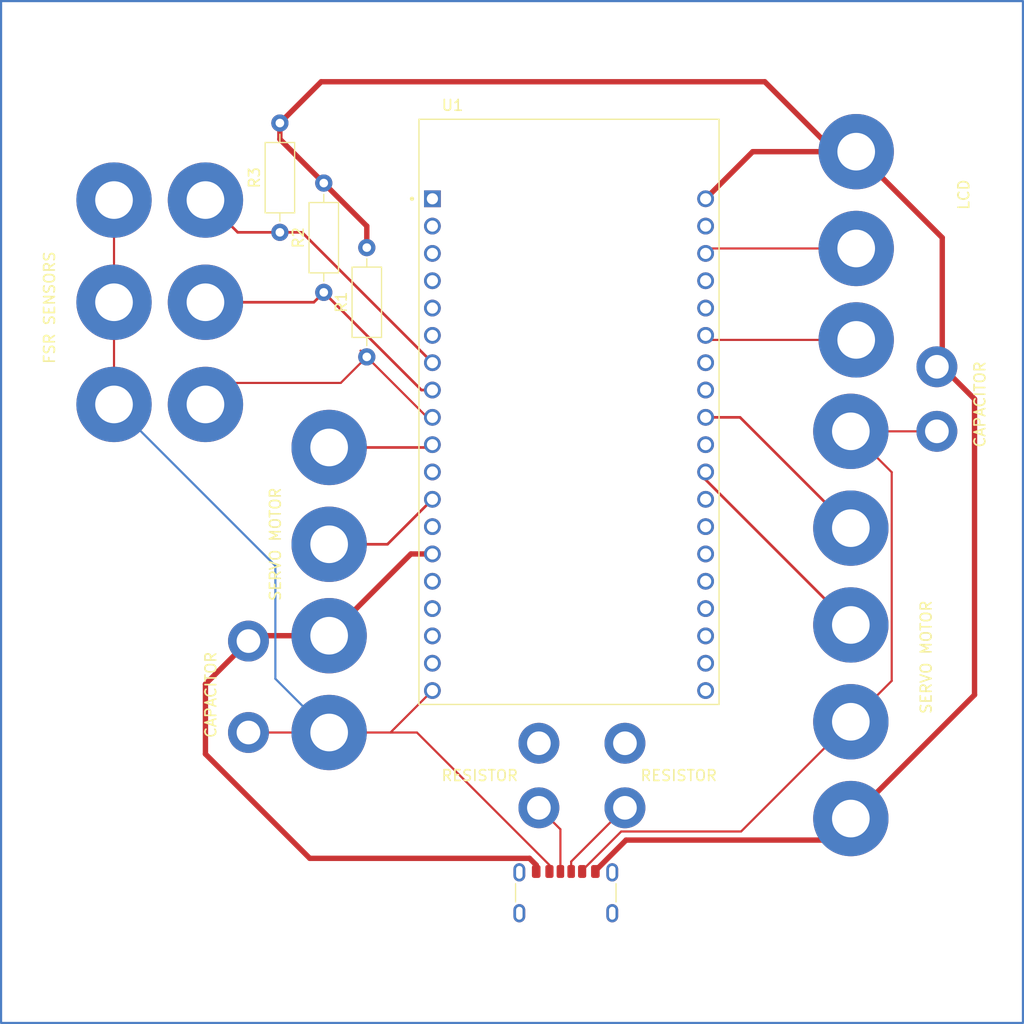
<source format=kicad_pcb>
(kicad_pcb (version 20241229) (generator "pcbnew") (generator_version "9.0")
  (layers (0 "F.Cu" signal) (2 "B.Cu" signal) (13 "F.Paste" user) (15 "B.Paste" user) (5 "F.SilkS" user "F.Silkscreen") (7 "B.SilkS" user "B.Silkscreen") (1 "F.Mask" user) (3 "B.Mask" user) (25 "Edge.Cuts" user))
  (net 0 "")
  (net 1 "+5V")
  (net 2 "GND")
  (net 4 "/FSR1_SIGNAL")
  (net 8 "/FSR2_SIGNAL")
  (net 9 "/FSR3_SIGNAL")
  (net 10 "Net-(J1-CC1)")
  (net 11 "Net-(J1-CC2)")
  (net 12 "Net-(U1-IO21)")
  (net 13 "Net-(U1-IO22)")
  (net 14 "/ser1_pot")
  (net 15 "/ser1_sig")
  (net 16 "/Ser_Poten")
  (net 17 "/ser_sig")
  (footprint "MountingHole:MountingHole_2.2mm_M2_DIN965_Pad" (layer "F.Cu") (at 187 79)
    (property "Reference" "capacitor2+1" (hide yes))
    (property "Value" "~")
    (pad "1" thru_hole circle (at 0 0) (size 3.8 3.8) (drill 2.2) (layers "*.Cu" "*.Mask") (net 2 "GND"))
  )
  (footprint "MountingHole:MountingHole_3.5mm_Pad" (layer "F.Cu") (at 130.5 86.5)
    (property "Reference" "Servo1_potentiometer1" (hide yes))
    (property "Value" "~")
    (pad "1" thru_hole circle (at 0 0) (size 7 7) (drill 3.5) (layers "*.Cu" "*.Mask") (net 14 "/ser1_pot"))
  )
  (footprint "MountingHole:MountingHole_3.5mm_Pad" (layer "F.Cu") (at 119 63.5)
    (property "Reference" "FSR1_Signal1" (hide yes))
    (property "Value" "MountingHole_Pad" (hide yes))
    (pad "1" thru_hole circle (at 0 0) (size 7 7) (drill 3.5) (layers "*.Cu" "*.Mask") (net 4 "/FSR1_SIGNAL"))
  )
  (footprint "MountingHole:MountingHole_3.5mm_Pad" (layer "F.Cu") (at 179 94)
    (property "Reference" "Servo2_potentiometer1" (hide yes))
    (property "Value" "~")
    (pad "1" thru_hole circle (at 0 0) (size 7 7) (drill 3.5) (layers "*.Cu" "*.Mask") (net 16 "/Ser_Poten"))
  )
  (footprint "MountingHole:MountingHole_2.2mm_M2_DIN965_Pad" (layer "F.Cu") (at 150 120)
    (property "Reference" "5.11K(R+)1" (hide yes))
    (property "Value" "~")
    (pad "1" thru_hole circle (at 0 0) (size 3.8 3.8) (drill 2.2) (layers "*.Cu" "*.Mask") (net 10 "Net-(J1-CC1)"))
  )
  (footprint "MountingHole:MountingHole_3.5mm_Pad" (layer "F.Cu") (at 110.5 63.5)
    (property "Reference" "FSR1_VCC1" (hide yes))
    (property "Value" "MountingHole_Pad" (hide yes))
    (pad "1" thru_hole circle (at 0 0) (size 7 7) (drill 3.5) (layers "*.Cu" "*.Mask") (net 1 "+5V"))
  )
  (footprint "MountingHole:MountingHole_3.5mm_Pad" (layer "F.Cu") (at 130.5 95.5)
    (property "Reference" "Servo1_signal1" (hide yes))
    (property "Value" "~")
    (pad "1" thru_hole circle (at 0 0) (size 7 7) (drill 3.5) (layers "*.Cu" "*.Mask") (net 15 "/ser1_sig"))
  )
  (footprint "MountingHole:MountingHole_2.2mm_M2_DIN965_Pad" (layer "F.Cu") (at 150 114)
    (property "Reference" "5.11K(R-)1" (hide yes))
    (property "Value" "~")
    (pad "1" thru_hole circle (at 0 0) (size 3.8 3.8) (drill 2.2) (layers "*.Cu" "*.Mask"))
  )
  (footprint "MountingHole:MountingHole_3.5mm_Pad" (layer "F.Cu") (at 130.5 104)
    (property "Reference" "Servo1_GND1" (hide yes))
    (property "Value" "~")
    (pad "1" thru_hole circle (at 0 0) (size 7 7) (drill 3.5) (layers "*.Cu" "*.Mask") (net 2 "GND"))
  )
  (footprint "MountingHole:MountingHole_2.2mm_M2_DIN965_Pad" (layer "F.Cu") (at 158 114)
    (property "Reference" "5.11K(R-)2" (hide yes))
    (property "Value" "~")
    (pad "1" thru_hole circle (at 0 0) (size 3.8 3.8) (drill 2.2) (layers "*.Cu" "*.Mask"))
  )
  (footprint "MountingHole:MountingHole_3.5mm_Pad" (layer "F.Cu") (at 179 112)
    (property "Reference" "Servo2_VCC1" (hide yes))
    (property "Value" "~")
    (pad "1" thru_hole circle (at 0 0) (size 7 7) (drill 3.5) (layers "*.Cu" "*.Mask") (net 1 "+5V"))
  )
  (footprint "MountingHole:MountingHole_3.5mm_Pad" (layer "F.Cu") (at 119 82.5)
    (property "Reference" "FSR3_Signal1" (hide yes))
    (property "Value" "MountingHole_Pad")
    (pad "1" thru_hole circle (at 0 0) (size 7 7) (drill 3.5) (layers "*.Cu" "*.Mask") (net 9 "/FSR3_SIGNAL"))
  )
  (footprint "MountingHole:MountingHole_3.5mm_Pad" (layer "F.Cu") (at 130.5 113)
    (property "Reference" "Servo1_VCC1" (hide yes))
    (property "Value" "~")
    (pad "1" thru_hole circle (at 0 0) (size 7 7) (drill 3.5) (layers "*.Cu" "*.Mask") (net 1 "+5V"))
  )
  (footprint "MountingHole:MountingHole_3.5mm_Pad" (layer "F.Cu") (at 179.5 68)
    (property "Reference" "LCD_SDA1" (hide yes))
    (property "Value" "~")
    (pad "1" thru_hole circle (at 0 0) (size 7 7) (drill 3.5) (layers "*.Cu" "*.Mask") (net 13 "Net-(U1-IO22)"))
  )
  (footprint "MountingHole:MountingHole_3.5mm_Pad" (layer "F.Cu") (at 179 121)
    (property "Reference" "Servo2_GND1" (hide yes))
    (property "Value" "~")
    (pad "1" thru_hole circle (at 0 0) (size 7 7) (drill 3.5) (layers "*.Cu" "*.Mask") (net 2 "GND"))
  )
  (footprint "MountingHole:MountingHole_3.5mm_Pad" (layer "F.Cu") (at 179 85)
    (property "Reference" "LCD_VCC1" (hide yes))
    (property "Value" "~")
    (pad "1" thru_hole circle (at 0 0) (size 7 7) (drill 3.5) (layers "*.Cu" "*.Mask") (net 1 "+5V"))
  )
  (footprint "ESP32-DEVKITC-32D:MODULE_ESP32-DEVKITC-32D" (layer "F.Cu") (at 152.8 83.14)
    (property "Reference" "U1" (at -10.829175 -28.446045 0) (layer "F.SilkS") (effects (font (size 1.000386 1.000386))))
    (property "Value" "ESP32-DEVKITC-32D" (hide yes))
    (fp_line (start -13.95 -27.15) (end 13.95 -27.15) (stroke (width 0.127)) (layer "F.SilkS"))
    (fp_line (start -13.95 27.25) (end -13.95 -27.15) (stroke (width 0.127)) (layer "F.SilkS"))
    (fp_line (start 13.95 -27.15) (end 13.95 27.25) (stroke (width 0.127)) (layer "F.SilkS"))
    (fp_line (start 13.95 27.25) (end -13.95 27.25) (stroke (width 0.127)) (layer "F.SilkS"))
    (fp_circle (center -14.6 -19.76) (end -14.5 -19.76) (stroke (width 0.2)) (fill no) (layer "F.SilkS"))
    (pad "J2-1" thru_hole rect (at -12.7 -19.76) (size 1.56 1.56) (drill 1.04) (layers "*.Cu" "*.Mask"))
    (pad "J2-2" thru_hole circle (at -12.7 -17.22) (size 1.56 1.56) (drill 1.04) (layers "*.Cu" "*.Mask"))
    (pad "J2-3" thru_hole circle (at -12.7 -14.68) (size 1.56 1.56) (drill 1.04) (layers "*.Cu" "*.Mask"))
    (pad "J2-4" thru_hole circle (at -12.7 -12.14) (size 1.56 1.56) (drill 1.04) (layers "*.Cu" "*.Mask"))
    (pad "J2-5" thru_hole circle (at -12.7 -9.6) (size 1.56 1.56) (drill 1.04) (layers "*.Cu" "*.Mask"))
    (pad "J2-6" thru_hole circle (at -12.7 -7.06) (size 1.56 1.56) (drill 1.04) (layers "*.Cu" "*.Mask"))
    (pad "J2-7" thru_hole circle (at -12.7 -4.52) (size 1.56 1.56) (drill 1.04) (layers "*.Cu" "*.Mask") (net 4 "/FSR1_SIGNAL"))
    (pad "J2-8" thru_hole circle (at -12.7 -1.98) (size 1.56 1.56) (drill 1.04) (layers "*.Cu" "*.Mask") (net 8 "/FSR2_SIGNAL"))
    (pad "J2-9" thru_hole circle (at -12.7 0.56) (size 1.56 1.56) (drill 1.04) (layers "*.Cu" "*.Mask") (net 9 "/FSR3_SIGNAL"))
    (pad "J2-10" thru_hole circle (at -12.7 3.1) (size 1.56 1.56) (drill 1.04) (layers "*.Cu" "*.Mask") (net 14 "/ser1_pot"))
    (pad "J2-11" thru_hole circle (at -12.7 5.64) (size 1.56 1.56) (drill 1.04) (layers "*.Cu" "*.Mask"))
    (pad "J2-12" thru_hole circle (at -12.7 8.18) (size 1.56 1.56) (drill 1.04) (layers "*.Cu" "*.Mask") (net 15 "/ser1_sig"))
    (pad "J2-13" thru_hole circle (at -12.7 10.72) (size 1.56 1.56) (drill 1.04) (layers "*.Cu" "*.Mask"))
    (pad "J2-14" thru_hole circle (at -12.7 13.26) (size 1.56 1.56) (drill 1.04) (layers "*.Cu" "*.Mask") (net 2 "GND"))
    (pad "J2-15" thru_hole circle (at -12.7 15.8) (size 1.56 1.56) (drill 1.04) (layers "*.Cu" "*.Mask"))
    (pad "J2-16" thru_hole circle (at -12.7 18.34) (size 1.56 1.56) (drill 1.04) (layers "*.Cu" "*.Mask"))
    (pad "J2-17" thru_hole circle (at -12.7 20.88) (size 1.56 1.56) (drill 1.04) (layers "*.Cu" "*.Mask"))
    (pad "J2-18" thru_hole circle (at -12.7 23.42) (size 1.56 1.56) (drill 1.04) (layers "*.Cu" "*.Mask"))
    (pad "J2-19" thru_hole circle (at -12.7 25.96) (size 1.56 1.56) (drill 1.04) (layers "*.Cu" "*.Mask") (net 1 "+5V"))
    (pad "J3-1" thru_hole circle (at 12.7 -19.76) (size 1.56 1.56) (drill 1.04) (layers "*.Cu" "*.Mask") (net 2 "GND"))
    (pad "J3-2" thru_hole circle (at 12.7 -17.22) (size 1.56 1.56) (drill 1.04) (layers "*.Cu" "*.Mask"))
    (pad "J3-3" thru_hole circle (at 12.7 -14.68) (size 1.56 1.56) (drill 1.04) (layers "*.Cu" "*.Mask") (net 13 "Net-(U1-IO22)"))
    (pad "J3-4" thru_hole circle (at 12.7 -12.14) (size 1.56 1.56) (drill 1.04) (layers "*.Cu" "*.Mask"))
    (pad "J3-5" thru_hole circle (at 12.7 -9.6) (size 1.56 1.56) (drill 1.04) (layers "*.Cu" "*.Mask"))
    (pad "J3-6" thru_hole circle (at 12.7 -7.06) (size 1.56 1.56) (drill 1.04) (layers "*.Cu" "*.Mask") (net 12 "Net-(U1-IO21)"))
    (pad "J3-7" thru_hole circle (at 12.7 -4.52) (size 1.56 1.56) (drill 1.04) (layers "*.Cu" "*.Mask"))
    (pad "J3-8" thru_hole circle (at 12.7 -1.98) (size 1.56 1.56) (drill 1.04) (layers "*.Cu" "*.Mask"))
    (pad "J3-9" thru_hole circle (at 12.7 0.56) (size 1.56 1.56) (drill 1.04) (layers "*.Cu" "*.Mask") (net 16 "/Ser_Poten"))
    (pad "J3-10" thru_hole circle (at 12.7 3.1) (size 1.56 1.56) (drill 1.04) (layers "*.Cu" "*.Mask"))
    (pad "J3-11" thru_hole circle (at 12.7 5.64) (size 1.56 1.56) (drill 1.04) (layers "*.Cu" "*.Mask") (net 17 "/ser_sig"))
    (pad "J3-12" thru_hole circle (at 12.7 8.18) (size 1.56 1.56) (drill 1.04) (layers "*.Cu" "*.Mask"))
    (pad "J3-13" thru_hole circle (at 12.7 10.72) (size 1.56 1.56) (drill 1.04) (layers "*.Cu" "*.Mask"))
    (pad "J3-14" thru_hole circle (at 12.7 13.26) (size 1.56 1.56) (drill 1.04) (layers "*.Cu" "*.Mask"))
    (pad "J3-15" thru_hole circle (at 12.7 15.8) (size 1.56 1.56) (drill 1.04) (layers "*.Cu" "*.Mask"))
    (pad "J3-16" thru_hole circle (at 12.7 18.34) (size 1.56 1.56) (drill 1.04) (layers "*.Cu" "*.Mask"))
    (pad "J3-17" thru_hole circle (at 12.7 20.88) (size 1.56 1.56) (drill 1.04) (layers "*.Cu" "*.Mask"))
    (pad "J3-18" thru_hole circle (at 12.7 23.42) (size 1.56 1.56) (drill 1.04) (layers "*.Cu" "*.Mask"))
    (pad "J3-19" thru_hole circle (at 12.7 25.96) (size 1.56 1.56) (drill 1.04) (layers "*.Cu" "*.Mask"))
  )
  (footprint "MountingHole:MountingHole_3.5mm_Pad" (layer "F.Cu") (at 179.5 76.5)
    (property "Reference" "LCD_SCL1" (hide yes))
    (property "Value" "~")
    (pad "1" thru_hole circle (at 0 0) (size 7 7) (drill 3.5) (layers "*.Cu" "*.Mask") (net 12 "Net-(U1-IO21)"))
  )
  (footprint "MountingHole:MountingHole_3.5mm_Pad" (layer "F.Cu") (at 110.5 73)
    (property "Reference" "FSR2_VCC1" (hide yes))
    (property "Value" "MountingHole_Pad" (hide yes))
    (pad "1" thru_hole circle (at 0 0) (size 7 7) (drill 3.5) (layers "*.Cu" "*.Mask") (net 1 "+5V"))
  )
  (footprint "Resistor_THT:R_Axial_DIN0207_L6.3mm_D2.5mm_P10.16mm_Horizontal" (layer "F.Cu") (at 134 78.08 90)
    (property "Reference" "R1" (at 5.08 -2.37 90) (layer "F.SilkS"))
    (property "Value" "10K")
    (fp_line (start 8.35 -1.37) (end 1.81 -1.37) (stroke (width 0.12)) (layer "F.SilkS"))
    (fp_line (start 1.81 -1.37) (end 1.81 1.37) (stroke (width 0.12)) (layer "F.SilkS"))
    (fp_line (start 9.12 0) (end 8.35 0) (stroke (width 0.12)) (layer "F.SilkS"))
    (fp_line (start 1.04 0) (end 1.81 0) (stroke (width 0.12)) (layer "F.SilkS"))
    (fp_line (start 8.35 1.37) (end 8.35 -1.37) (stroke (width 0.12)) (layer "F.SilkS"))
    (fp_line (start 1.81 1.37) (end 8.35 1.37) (stroke (width 0.12)) (layer "F.SilkS"))
    (pad "1" thru_hole circle (at 0 0 90) (size 1.6 1.6) (drill 0.8) (layers "*.Cu" "*.Mask") (net 9 "/FSR3_SIGNAL"))
    (pad "2" thru_hole oval (at 10.16 0 90) (size 1.6 1.6) (drill 0.8) (layers "*.Cu" "*.Mask") (net 2 "GND"))
  )
  (footprint "Connector_USB:USB_C_Receptacle_GCT_USB4125-xx-x-0190_6P_TopMnt_Horizontal" (layer "F.Cu") (at 152.5 129)
    (property "Reference" "J1" (hide yes))
    (property "Value" "USB_C_Receptacle_USB2.0_14P")
    (fp_line (start -4.67 -0.25) (end -4.67 -1.95) (stroke (width 0.12)) (layer "F.SilkS"))
    (fp_line (start 4.67 -0.25) (end 4.67 -1.95) (stroke (width 0.12)) (layer "F.SilkS"))
    (pad "A5" smd roundrect (at -0.5 -3.08) (size 0.7 1.2) (layers "F.Cu" "F.Mask" "F.Paste") (net 10 "Net-(J1-CC1)"))
    (pad "A9" smd roundrect (at 1.52 -3.08 180) (size 0.76 1.2) (layers "F.Cu" "F.Mask" "F.Paste") (net 1 "+5V"))
    (pad "A12" smd roundrect (at 2.75 -3.08 180) (size 0.8 1.2) (layers "F.Cu" "F.Mask" "F.Paste") (net 2 "GND"))
    (pad "B5" smd roundrect (at 0.5 -3.08 180) (size 0.7 1.2) (layers "F.Cu" "F.Mask" "F.Paste") (net 11 "Net-(J1-CC2)"))
    (pad "B9" smd roundrect (at -1.52 -3.08) (size 0.76 1.2) (layers "F.Cu" "F.Mask" "F.Paste") (net 1 "+5V"))
    (pad "B12" smd roundrect (at -2.75 -3.08) (size 0.8 1.2) (layers "F.Cu" "F.Mask" "F.Paste") (net 2 "GND"))
    (pad "S1" thru_hole oval (at -4.32 -3) (size 1.1 1.7) (drill oval 0.6 1.2) (property pad_prop_heatsink) (layers "*.Cu" "*.Mask" "F.Paste"))
    (pad "S1" thru_hole oval (at -4.32 0.8) (size 1.1 1.7) (drill oval 0.6 1.2) (property pad_prop_heatsink) (layers "*.Cu" "*.Mask" "F.Paste"))
    (pad "S1" thru_hole oval (at 4.32 -3) (size 1.1 1.7) (drill oval 0.6 1.2) (property pad_prop_heatsink) (layers "*.Cu" "*.Mask" "F.Paste"))
    (pad "S1" thru_hole oval (at 4.32 0.8) (size 1.1 1.7) (drill oval 0.6 1.2) (property pad_prop_heatsink) (layers "*.Cu" "*.Mask" "F.Paste"))
  )
  (footprint "MountingHole:MountingHole_3.5mm_Pad" (layer "F.Cu") (at 119 73)
    (property "Reference" "FSR2_Signal1" (hide yes))
    (property "Value" "MountingHole_Pad" (hide yes))
    (pad "1" thru_hole circle (at 0 0) (size 7 7) (drill 3.5) (layers "*.Cu" "*.Mask") (net 8 "/FSR2_SIGNAL"))
  )
  (footprint "MountingHole:MountingHole_2.2mm_M2_DIN965_Pad" (layer "F.Cu") (at 123 113)
    (property "Reference" "capacitor-1" (hide yes))
    (property "Value" "~")
    (pad "1" thru_hole circle (at 0 0) (size 3.8 3.8) (drill 2.2) (layers "*.Cu" "*.Mask") (net 1 "+5V"))
  )
  (footprint "MountingHole:MountingHole_2.2mm_M2_DIN965_Pad" (layer "F.Cu") (at 123 104.5)
    (property "Reference" "capacitor+1" (hide yes))
    (property "Value" "~")
    (pad "1" thru_hole circle (at 0 0) (size 3.8 3.8) (drill 2.2) (layers "*.Cu" "*.Mask") (net 2 "GND"))
  )
  (footprint "MountingHole:MountingHole_3.5mm_Pad" (layer "F.Cu") (at 179.5 59)
    (property "Reference" "LCD_GND1" (hide yes))
    (property "Value" "~")
    (pad "1" thru_hole circle (at 0 0) (size 7 7) (drill 3.5) (layers "*.Cu" "*.Mask") (net 2 "GND"))
  )
  (footprint "MountingHole:MountingHole_2.2mm_M2_DIN965_Pad" (layer "F.Cu") (at 187 85)
    (property "Reference" "capacitor2-1" (hide yes))
    (property "Value" "~")
    (pad "1" thru_hole circle (at 0 0) (size 3.8 3.8) (drill 2.2) (layers "*.Cu" "*.Mask") (net 1 "+5V"))
  )
  (footprint "Resistor_THT:R_Axial_DIN0207_L6.3mm_D2.5mm_P10.16mm_Horizontal" (layer "F.Cu") (at 130 72.08 90)
    (property "Reference" "R2" (at 5.08 -2.37 90) (layer "F.SilkS"))
    (property "Value" "10K")
    (fp_line (start 8.35 -1.37) (end 1.81 -1.37) (stroke (width 0.12)) (layer "F.SilkS"))
    (fp_line (start 1.81 -1.37) (end 1.81 1.37) (stroke (width 0.12)) (layer "F.SilkS"))
    (fp_line (start 9.12 0) (end 8.35 0) (stroke (width 0.12)) (layer "F.SilkS"))
    (fp_line (start 1.04 0) (end 1.81 0) (stroke (width 0.12)) (layer "F.SilkS"))
    (fp_line (start 8.35 1.37) (end 8.35 -1.37) (stroke (width 0.12)) (layer "F.SilkS"))
    (fp_line (start 1.81 1.37) (end 8.35 1.37) (stroke (width 0.12)) (layer "F.SilkS"))
    (pad "1" thru_hole circle (at 0 0 90) (size 1.6 1.6) (drill 0.8) (layers "*.Cu" "*.Mask") (net 8 "/FSR2_SIGNAL"))
    (pad "2" thru_hole oval (at 10.16 0 90) (size 1.6 1.6) (drill 0.8) (layers "*.Cu" "*.Mask") (net 2 "GND"))
  )
  (footprint "Resistor_THT:R_Axial_DIN0207_L6.3mm_D2.5mm_P10.16mm_Horizontal" (layer "F.Cu") (at 125.92 66.5 90)
    (property "Reference" "R3" (at 5.08 -2.37 90) (layer "F.SilkS"))
    (property "Value" "10K")
    (fp_line (start 8.35 -1.37) (end 1.81 -1.37) (stroke (width 0.12)) (layer "F.SilkS"))
    (fp_line (start 1.81 -1.37) (end 1.81 1.37) (stroke (width 0.12)) (layer "F.SilkS"))
    (fp_line (start 9.12 0) (end 8.35 0) (stroke (width 0.12)) (layer "F.SilkS"))
    (fp_line (start 1.04 0) (end 1.81 0) (stroke (width 0.12)) (layer "F.SilkS"))
    (fp_line (start 8.35 1.37) (end 8.35 -1.37) (stroke (width 0.12)) (layer "F.SilkS"))
    (fp_line (start 1.81 1.37) (end 8.35 1.37) (stroke (width 0.12)) (layer "F.SilkS"))
    (pad "1" thru_hole circle (at 0 0 90) (size 1.6 1.6) (drill 0.8) (layers "*.Cu" "*.Mask") (net 4 "/FSR1_SIGNAL"))
    (pad "2" thru_hole oval (at 10.16 0 90) (size 1.6 1.6) (drill 0.8) (layers "*.Cu" "*.Mask") (net 2 "GND"))
  )
  (footprint "MountingHole:MountingHole_2.2mm_M2_DIN965_Pad" (layer "F.Cu") (at 158 120)
    (property "Reference" "5.11K(R+)2" (hide yes))
    (property "Value" "~")
    (pad "1" thru_hole circle (at 0 0) (size 3.8 3.8) (drill 2.2) (layers "*.Cu" "*.Mask") (net 11 "Net-(J1-CC2)"))
  )
  (footprint "MountingHole:MountingHole_3.5mm_Pad" (layer "F.Cu") (at 110.5 82.5)
    (property "Reference" "FSR3_VCC1" (hide yes))
    (property "Value" "MountingHole_Pad" (hide yes))
    (pad "1" thru_hole circle (at 0 0) (size 7 7) (drill 3.5) (layers "*.Cu" "*.Mask") (net 1 "+5V"))
  )
  (footprint "MountingHole:MountingHole_3.5mm_Pad" (layer "F.Cu") (at 179 103)
    (property "Reference" "Servo2_signal1" (hide yes))
    (property "Value" "~")
    (pad "1" thru_hole circle (at 0 0) (size 7 7) (drill 3.5) (layers "*.Cu" "*.Mask") (net 17 "/ser_sig"))
  )
  (gr_rect (start 100 45) (end 195 140) (stroke (width 0.2)) (fill no) (layer "B.Cu"))
  (gr_text "LCD\n" (at 189.5 63 90) (layer "F.SilkS") (effects (font (size 1 1))))
  (gr_text "SERVO MOTOR\n" (at 186 106 90) (layer "F.SilkS") (effects (font (size 1 1))))
  (gr_text "FSR SENSORS" (at 104.5 73.5 90) (layer "F.SilkS") (effects (font (size 1 1))))
  (gr_text "CAPACITOR\n" (at 191 82.5 90) (layer "F.SilkS") (effects (font (size 1 1))))
  (gr_text "RESISTOR\n" (at 144.5 117 0) (layer "F.SilkS") (effects (font (size 1 1))))
  (gr_text "CAPACITOR\n" (at 119.5 109.5 90) (layer "F.SilkS") (effects (font (size 1 1))))
  (gr_text "RESISTOR\n" (at 163 117 0) (layer "F.SilkS") (effects (font (size 1 1))))
  (gr_text "SERVO MOTOR\n" (at 125.5 95.5 90) (layer "F.SilkS") (effects (font (size 1 1))))
  (segment (start 157.654936 122.201) (end 154.02 125.835936) (width 0.2) (layer "F.Cu") (net 1))
  (segment (start 150.98 125.32) (end 150.98 125.92) (width 0.2) (layer "F.Cu") (net 1))
  (segment (start 110.5 73) (end 110.5 82.5) (width 0.2) (layer "F.Cu") (net 1))
  (segment (start 179 112) (end 168.799 122.201) (width 0.2) (layer "F.Cu") (net 1))
  (segment (start 136.2 113) (end 140.1 109.1) (width 0.2) (layer "F.Cu") (net 1))
  (segment (start 110.5 63.5) (end 110.5 73) (width 0.2) (layer "F.Cu") (net 1))
  (segment (start 130.5 113) (end 136.2 113) (width 0.2) (layer "F.Cu") (net 1))
  (segment (start 154.02 125.835936) (end 154.02 125.92) (width 0.2) (layer "F.Cu") (net 1))
  (segment (start 130.5 113) (end 123 113) (width 0.2) (layer "F.Cu") (net 1))
  (segment (start 179 85) (end 182.801 88.801) (width 0.2) (layer "F.Cu") (net 1))
  (segment (start 182.801 88.801) (end 182.801 108.199) (width 0.2) (layer "F.Cu") (net 1))
  (segment (start 168.799 122.201) (end 157.654936 122.201) (width 0.2) (layer "F.Cu") (net 1))
  (segment (start 179 85) (end 187.5 85) (width 0.2) (layer "F.Cu") (net 1))
  (segment (start 138.66 113) (end 150.98 125.32) (width 0.2) (layer "F.Cu") (net 1))
  (segment (start 136.2 113) (end 138.66 113) (width 0.2) (layer "F.Cu") (net 1))
  (segment (start 182.801 108.199) (end 179 112) (width 0.2) (layer "F.Cu") (net 1))
  (segment (start 110.5 82.5) (end 125.5 97.5) (width 0.2) (layer "B.Cu") (net 1))
  (segment (start 125.5 97.5) (end 125.5 108) (width 0.2) (layer "B.Cu") (net 1))
  (segment (start 125.5 108) (end 130.5 113) (width 0.2) (layer "B.Cu") (net 1))
  (segment (start 128.699 124.699) (end 149.129 124.699) (width 0.5) (layer "F.Cu") (net 2))
  (segment (start 125.92 56.34) (end 129.76 52.5) (width 0.5) (layer "F.Cu") (net 2))
  (segment (start 134 65.92) (end 130 61.92) (width 0.5) (layer "F.Cu") (net 2))
  (segment (start 119 108.5) (end 119 115) (width 0.5) (layer "F.Cu") (net 2))
  (segment (start 187.5 67) (end 187.5 79) (width 0.5) (layer "F.Cu") (net 2))
  (segment (start 125.92 57.84) (end 130 61.92) (width 0.5) (layer "F.Cu") (net 2))
  (segment (start 171 52.5) (end 177.5 59) (width 0.5) (layer "F.Cu") (net 2))
  (segment (start 149.75 125.32) (end 149.75 125.92) (width 0.5) (layer "F.Cu") (net 2))
  (segment (start 190.5 82) (end 190.5 109.5) (width 0.5) (layer "F.Cu") (net 2))
  (segment (start 125.92 56.34) (end 125.92 57.84) (width 0.5) (layer "F.Cu") (net 2))
  (segment (start 177 123) (end 158.104372 123) (width 0.5) (layer "F.Cu") (net 2))
  (segment (start 119 115) (end 128.699 124.699) (width 0.5) (layer "F.Cu") (net 2))
  (segment (start 179.5 59) (end 169.88 59) (width 0.5) (layer "F.Cu") (net 2))
  (segment (start 123 104.5) (end 119 108.5) (width 0.5) (layer "F.Cu") (net 2))
  (segment (start 130.5 104) (end 123.5 104) (width 0.5) (layer "F.Cu") (net 2))
  (segment (start 187.5 79) (end 190.5 82) (width 0.5) (layer "F.Cu") (net 2))
  (segment (start 177.5 59) (end 179.5 59) (width 0.5) (layer "F.Cu") (net 2))
  (segment (start 149.129 124.699) (end 149.75 125.32) (width 0.5) (layer "F.Cu") (net 2))
  (segment (start 155.25 125.854372) (end 155.25 125.92) (width 0.5) (layer "F.Cu") (net 2))
  (segment (start 169.88 59) (end 165.5 63.38) (width 0.5) (layer "F.Cu") (net 2))
  (segment (start 134 67.92) (end 134 65.92) (width 0.5) (layer "F.Cu") (net 2))
  (segment (start 130.5 104) (end 138.1 96.4) (width 0.5) (layer "F.Cu") (net 2))
  (segment (start 158.104372 123) (end 155.25 125.854372) (width 0.5) (layer "F.Cu") (net 2))
  (segment (start 123.5 104) (end 123 104.5) (width 0.5) (layer "F.Cu") (net 2))
  (segment (start 190.5 109.5) (end 179 121) (width 0.5) (layer "F.Cu") (net 2))
  (segment (start 179.5 59) (end 187.5 67) (width 0.5) (layer "F.Cu") (net 2))
  (segment (start 179 121) (end 177 123) (width 0.5) (layer "F.Cu") (net 2))
  (segment (start 138.1 96.4) (end 140.1 96.4) (width 0.5) (layer "F.Cu") (net 2))
  (segment (start 129.76 52.5) (end 171 52.5) (width 0.5) (layer "F.Cu") (net 2))
  (segment (start 127.98 66.5) (end 140.1 78.62) (width 0.25) (layer "F.Cu") (net 4))
  (segment (start 125.92 66.5) (end 127.98 66.5) (width 0.25) (layer "F.Cu") (net 4))
  (segment (start 122 66.5) (end 125.92 66.5) (width 0.25) (layer "F.Cu") (net 4))
  (segment (start 119 63.5) (end 122 66.5) (width 0.25) (layer "F.Cu") (net 4))
  (segment (start 139.08 81.16) (end 140.1 81.16) (width 0.25) (layer "F.Cu") (net 8))
  (segment (start 129.92 72) (end 130 72.08) (width 0.25) (layer "F.Cu") (net 8))
  (segment (start 119 73) (end 129.08 73) (width 0.25) (layer "F.Cu") (net 8))
  (segment (start 130 72.08) (end 139.08 81.16) (width 0.25) (layer "F.Cu") (net 8))
  (segment (start 129.08 73) (end 130 72.08) (width 0.25) (layer "F.Cu") (net 8))
  (segment (start 134 78.08) (end 139.62 83.7) (width 0.2) (layer "F.Cu") (net 9))
  (segment (start 131.58 80.5) (end 134 78.08) (width 0.2) (layer "F.Cu") (net 9))
  (segment (start 119 82.5) (end 121 80.5) (width 0.2) (layer "F.Cu") (net 9))
  (segment (start 121 80.5) (end 131.58 80.5) (width 0.2) (layer "F.Cu") (net 9))
  (segment (start 133.42 77.5) (end 134 78.08) (width 0.2) (layer "F.Cu") (net 9))
  (segment (start 139.62 83.7) (end 140.1 83.7) (width 0.2) (layer "F.Cu") (net 9))
  (segment (start 152 122) (end 152 125.92) (width 0.2) (layer "F.Cu") (net 10))
  (segment (start 150 120) (end 152 122) (width 0.2) (layer "F.Cu") (net 10))
  (segment (start 158 120) (end 153 125) (width 0.2) (layer "F.Cu") (net 11))
  (segment (start 153 125) (end 153 125.92) (width 0.2) (layer "F.Cu") (net 11))
  (segment (start 179.5 76.5) (end 165.92 76.5) (width 0.2) (layer "F.Cu") (net 12))
  (segment (start 165.92 76.5) (end 165.5 76.08) (width 0.2) (layer "F.Cu") (net 12))
  (segment (start 165.96 68) (end 165.5 68.46) (width 0.2) (layer "F.Cu") (net 13))
  (segment (start 179.5 68) (end 165.96 68) (width 0.2) (layer "F.Cu") (net 13))
  (segment (start 130.5 86.5) (end 139.84 86.5) (width 0.25) (layer "F.Cu") (net 14))
  (segment (start 139.84 86.5) (end 140.1 86.24) (width 0.25) (layer "F.Cu") (net 14))
  (segment (start 130.5 95.5) (end 135.92 95.5) (width 0.25) (layer "F.Cu") (net 15))
  (segment (start 135.92 95.5) (end 140.1 91.32) (width 0.25) (layer "F.Cu") (net 15))
  (segment (start 168.7 83.7) (end 165.5 83.7) (width 0.25) (layer "F.Cu") (net 16))
  (segment (start 179 94) (end 168.7 83.7) (width 0.25) (layer "F.Cu") (net 16))
  (segment (start 178 94) (end 177.5 94.5) (width 0.2) (layer "F.Cu") (net 16))
  (segment (start 179 103) (end 165.5 89.5) (width 0.25) (layer "F.Cu") (net 17))
  (segment (start 165.72 89) (end 165.5 88.78) (width 0.25) (layer "F.Cu") (net 17))
  (segment (start 165.5 89.5) (end 165.5 88.78) (width 0.25) (layer "F.Cu") (net 17))
)
</source>
